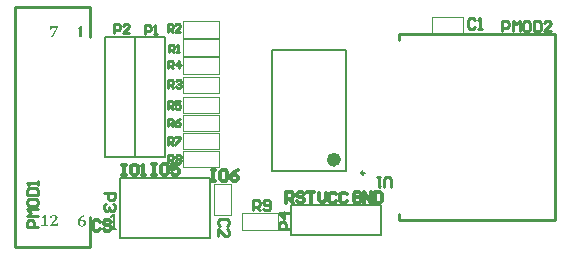
<source format=gto>
G04*
G04 #@! TF.GenerationSoftware,Altium Limited,Altium Designer,23.3.1 (30)*
G04*
G04 Layer_Color=65535*
%FSLAX44Y44*%
%MOMM*%
G71*
G04*
G04 #@! TF.SameCoordinates,D8AE08F4-3845-44A1-9C7E-D53955B2364C*
G04*
G04*
G04 #@! TF.FilePolarity,Positive*
G04*
G01*
G75*
%ADD10C,0.6000*%
%ADD11C,0.2500*%
%ADD12C,0.2000*%
%ADD13C,0.2540*%
%ADD14C,0.1000*%
%ADD15C,0.3048*%
%ADD16C,0.2032*%
G36*
X310501Y428583D02*
Y428562D01*
Y428521D01*
X310490Y428469D01*
Y428408D01*
Y428325D01*
X310480Y428232D01*
Y428119D01*
Y427995D01*
X310470Y427861D01*
Y427706D01*
Y427541D01*
X310459Y427366D01*
Y427180D01*
Y426984D01*
Y426768D01*
Y421013D01*
Y420993D01*
Y420952D01*
Y420879D01*
X310470Y420797D01*
X310480Y420601D01*
X310490Y420498D01*
X310501Y420415D01*
Y420405D01*
X310511Y420384D01*
X310521Y420343D01*
X310542Y420302D01*
X310593Y420188D01*
X310666Y420085D01*
X310676D01*
X310686Y420065D01*
X310748Y420013D01*
X310851Y419951D01*
X310985Y419889D01*
X310996D01*
X311027Y419879D01*
X311068Y419869D01*
X311130Y419848D01*
X311212Y419828D01*
X311305Y419807D01*
X311408Y419797D01*
X311522Y419776D01*
X311542D01*
X311583Y419766D01*
X311656D01*
X311749Y419755D01*
X311872Y419745D01*
X312027Y419735D01*
X312192D01*
X312378Y419724D01*
Y419106D01*
X306448D01*
Y419724D01*
X306520D01*
X306572Y419735D01*
X306706D01*
X306871Y419745D01*
X307046Y419766D01*
X307232Y419776D01*
X307397Y419797D01*
X307469Y419807D01*
X307531Y419817D01*
X307541D01*
X307582Y419828D01*
X307644Y419848D01*
X307716Y419859D01*
X307881Y419920D01*
X307954Y419951D01*
X308026Y419993D01*
X308036Y420003D01*
X308057Y420013D01*
X308088Y420044D01*
X308129Y420075D01*
X308211Y420178D01*
X308284Y420323D01*
Y420333D01*
X308294Y420364D01*
X308314Y420415D01*
X308325Y420488D01*
X308345Y420591D01*
X308356Y420704D01*
X308366Y420849D01*
Y421013D01*
Y425984D01*
Y425994D01*
Y426036D01*
X308356Y426087D01*
Y426149D01*
X308314Y426283D01*
X308294Y426345D01*
X308253Y426397D01*
Y426407D01*
X308232Y426417D01*
X308180Y426458D01*
X308088Y426500D01*
X308026Y426520D01*
X307933D01*
X307892Y426510D01*
X307840Y426500D01*
X307768Y426479D01*
X307685Y426448D01*
X307593Y426407D01*
X307479Y426355D01*
X307469Y426345D01*
X307417Y426324D01*
X307345Y426283D01*
X307232Y426221D01*
X307087Y426128D01*
X306912Y426025D01*
X306695Y425881D01*
X306448Y425716D01*
X306035Y426438D01*
X309624Y428593D01*
X310501D01*
Y428583D01*
D02*
G37*
G36*
X290049Y428046D02*
X286234Y419106D01*
X284831D01*
Y419570D01*
X288276Y426562D01*
Y426665D01*
X285120D01*
X285048Y426654D01*
X284883Y426644D01*
X284800Y426634D01*
X284728Y426613D01*
X284718D01*
X284697Y426603D01*
X284666Y426592D01*
X284625Y426582D01*
X284522Y426531D01*
X284429Y426458D01*
X284408Y426438D01*
X284367Y426386D01*
X284305Y426293D01*
X284243Y426180D01*
Y426170D01*
X284233Y426149D01*
X284212Y426108D01*
X284202Y426056D01*
X284171Y425984D01*
X284151Y425891D01*
X284120Y425778D01*
X284089Y425654D01*
X283284D01*
X283470Y428500D01*
X290049D01*
Y428046D01*
D02*
G37*
G36*
X287444Y268711D02*
X287537D01*
X287651Y268701D01*
X287774Y268691D01*
X288032Y268650D01*
X288311Y268608D01*
X288579Y268536D01*
X288837Y268443D01*
X288847D01*
X288867Y268433D01*
X288899Y268412D01*
X288940Y268392D01*
X289053Y268330D01*
X289187Y268248D01*
X289342Y268144D01*
X289497Y268021D01*
X289631Y267876D01*
X289754Y267711D01*
X289765Y267691D01*
X289796Y267629D01*
X289847Y267536D01*
X289899Y267402D01*
X289950Y267247D01*
X290002Y267062D01*
X290033Y266855D01*
X290043Y266628D01*
Y266618D01*
Y266608D01*
Y266577D01*
Y266536D01*
X290033Y266432D01*
X290023Y266298D01*
X289992Y266144D01*
X289961Y265979D01*
X289909Y265793D01*
X289837Y265618D01*
X289827Y265597D01*
X289796Y265535D01*
X289744Y265443D01*
X289672Y265308D01*
X289579Y265154D01*
X289455Y264978D01*
X289311Y264772D01*
X289136Y264556D01*
X289125Y264545D01*
X289115Y264525D01*
X289084Y264494D01*
X289043Y264442D01*
X288981Y264380D01*
X288919Y264308D01*
X288837Y264215D01*
X288744Y264123D01*
X288630Y263999D01*
X288507Y263875D01*
X288372Y263731D01*
X288218Y263586D01*
X288053Y263411D01*
X287867Y263236D01*
X287671Y263050D01*
X287455Y262844D01*
X287444Y262833D01*
X287434Y262823D01*
X287403Y262792D01*
X287362Y262751D01*
X287269Y262658D01*
X287135Y262524D01*
X286980Y262359D01*
X286815Y262184D01*
X286640Y261998D01*
X286465Y261802D01*
Y261792D01*
X286444Y261782D01*
X286393Y261720D01*
X286310Y261617D01*
X286207Y261503D01*
X286104Y261369D01*
X285990Y261235D01*
X285877Y261101D01*
X285784Y260977D01*
Y260915D01*
X288383D01*
X288476Y260926D01*
X288692Y260946D01*
X288795Y260957D01*
X288888Y260977D01*
X288899D01*
X288929Y260987D01*
X288971Y261008D01*
X289022Y261029D01*
X289136Y261101D01*
X289239Y261204D01*
X289249Y261214D01*
X289259Y261235D01*
X289290Y261276D01*
X289321Y261328D01*
X289352Y261400D01*
X289383Y261483D01*
X289424Y261575D01*
X289455Y261689D01*
X290239D01*
X290084Y259234D01*
X283783D01*
Y259678D01*
Y259688D01*
X283794Y259709D01*
X283815Y259740D01*
X283835Y259791D01*
X283866Y259853D01*
X283907Y259925D01*
X283948Y260008D01*
X284000Y260101D01*
X284114Y260317D01*
X284258Y260565D01*
X284423Y260833D01*
X284619Y261111D01*
X284629Y261122D01*
X284639Y261142D01*
X284670Y261194D01*
X284722Y261245D01*
X284774Y261318D01*
X284835Y261410D01*
X284908Y261503D01*
X284990Y261617D01*
X285083Y261740D01*
X285186Y261874D01*
X285413Y262163D01*
X285671Y262472D01*
X285949Y262813D01*
X285959Y262823D01*
X285980Y262854D01*
X286021Y262895D01*
X286073Y262957D01*
X286135Y263029D01*
X286207Y263122D01*
X286372Y263318D01*
X286558Y263545D01*
X286743Y263792D01*
X286919Y264030D01*
X287083Y264246D01*
Y264257D01*
X287104Y264267D01*
X287125Y264298D01*
X287145Y264339D01*
X287218Y264452D01*
X287300Y264597D01*
X287393Y264762D01*
X287496Y264937D01*
X287579Y265123D01*
X287661Y265319D01*
Y265329D01*
X287671Y265339D01*
X287682Y265370D01*
X287692Y265412D01*
X287723Y265504D01*
X287764Y265638D01*
X287795Y265793D01*
X287826Y265968D01*
X287847Y266164D01*
X287857Y266360D01*
Y266371D01*
Y266391D01*
Y266432D01*
Y266484D01*
X287847Y266546D01*
X287836Y266618D01*
X287816Y266793D01*
X287774Y266979D01*
X287713Y267175D01*
X287630Y267361D01*
X287517Y267536D01*
X287506Y267556D01*
X287455Y267608D01*
X287383Y267670D01*
X287279Y267752D01*
X287145Y267835D01*
X286991Y267897D01*
X286805Y267948D01*
X286599Y267969D01*
X286547D01*
X286506Y267959D01*
X286403Y267948D01*
X286279Y267917D01*
X286135Y267876D01*
X285990Y267804D01*
X285836Y267711D01*
X285691Y267577D01*
X285671Y267556D01*
X285630Y267505D01*
X285568Y267412D01*
X285495Y267278D01*
X285403Y267113D01*
X285320Y266907D01*
X285279Y266783D01*
X285238Y266649D01*
X285196Y266515D01*
X285165Y266360D01*
X283928D01*
Y267979D01*
X283938D01*
X283969Y267990D01*
X284010Y268010D01*
X284062Y268031D01*
X284134Y268062D01*
X284217Y268093D01*
X284402Y268165D01*
X284619Y268248D01*
X284835Y268320D01*
X285042Y268392D01*
X285238Y268454D01*
X285248D01*
X285258Y268464D01*
X285320Y268474D01*
X285413Y268495D01*
X285537Y268526D01*
X285671Y268557D01*
X285836Y268598D01*
X286001Y268619D01*
X286176Y268650D01*
X286197D01*
X286259Y268660D01*
X286351Y268670D01*
X286475Y268691D01*
X286630Y268701D01*
X286795Y268711D01*
X286991Y268722D01*
X287352D01*
X287444Y268711D01*
D02*
G37*
G36*
X280267D02*
Y268691D01*
Y268650D01*
X280257Y268598D01*
Y268536D01*
Y268454D01*
X280246Y268361D01*
Y268248D01*
Y268124D01*
X280236Y267990D01*
Y267835D01*
Y267670D01*
X280226Y267495D01*
Y267309D01*
Y267113D01*
Y266896D01*
Y261142D01*
Y261122D01*
Y261080D01*
Y261008D01*
X280236Y260926D01*
X280246Y260730D01*
X280257Y260627D01*
X280267Y260544D01*
Y260534D01*
X280277Y260513D01*
X280288Y260472D01*
X280308Y260431D01*
X280360Y260317D01*
X280432Y260214D01*
X280442D01*
X280453Y260194D01*
X280515Y260142D01*
X280618Y260080D01*
X280752Y260018D01*
X280762D01*
X280793Y260008D01*
X280834Y259998D01*
X280896Y259977D01*
X280979Y259956D01*
X281071Y259936D01*
X281175Y259925D01*
X281288Y259905D01*
X281309D01*
X281350Y259894D01*
X281422D01*
X281515Y259884D01*
X281639Y259874D01*
X281793Y259863D01*
X281958D01*
X282144Y259853D01*
Y259234D01*
X276214D01*
Y259853D01*
X276286D01*
X276338Y259863D01*
X276472D01*
X276637Y259874D01*
X276812Y259894D01*
X276998Y259905D01*
X277163Y259925D01*
X277235Y259936D01*
X277297Y259946D01*
X277307D01*
X277349Y259956D01*
X277411Y259977D01*
X277483Y259987D01*
X277648Y260049D01*
X277720Y260080D01*
X277792Y260121D01*
X277802Y260132D01*
X277823Y260142D01*
X277854Y260173D01*
X277895Y260204D01*
X277978Y260307D01*
X278050Y260451D01*
Y260462D01*
X278060Y260492D01*
X278081Y260544D01*
X278091Y260616D01*
X278112Y260719D01*
X278122Y260833D01*
X278132Y260977D01*
Y261142D01*
Y266113D01*
Y266123D01*
Y266164D01*
X278122Y266216D01*
Y266278D01*
X278081Y266412D01*
X278060Y266474D01*
X278019Y266525D01*
Y266536D01*
X277998Y266546D01*
X277947Y266587D01*
X277854Y266628D01*
X277792Y266649D01*
X277699D01*
X277658Y266639D01*
X277606Y266628D01*
X277534Y266608D01*
X277452Y266577D01*
X277359Y266536D01*
X277246Y266484D01*
X277235Y266474D01*
X277184Y266453D01*
X277111Y266412D01*
X276998Y266350D01*
X276854Y266257D01*
X276678Y266154D01*
X276462Y266010D01*
X276214Y265845D01*
X275802Y266567D01*
X279390Y268722D01*
X280267D01*
Y268711D01*
D02*
G37*
G36*
X312889Y268045D02*
Y267622D01*
X312828D01*
X312745Y267612D01*
X312642Y267602D01*
X312508Y267581D01*
X312364Y267560D01*
X312199Y267529D01*
X312023Y267488D01*
X311827Y267437D01*
X311631Y267375D01*
X311425Y267302D01*
X311219Y267210D01*
X311023Y267107D01*
X310817Y266983D01*
X310631Y266838D01*
X310445Y266684D01*
X310435Y266673D01*
X310404Y266642D01*
X310363Y266591D01*
X310301Y266519D01*
X310219Y266426D01*
X310136Y266313D01*
X310043Y266178D01*
X309940Y266024D01*
X309837Y265859D01*
X309734Y265663D01*
X309631Y265457D01*
X309528Y265219D01*
X309435Y264972D01*
X309352Y264704D01*
X309270Y264425D01*
X309208Y264116D01*
X309270Y264095D01*
X309280D01*
X309291Y264116D01*
X309321Y264126D01*
X309363Y264157D01*
X309466Y264219D01*
X309610Y264302D01*
X309775Y264394D01*
X309951Y264477D01*
X310146Y264559D01*
X310353Y264632D01*
X310363D01*
X310373Y264642D01*
X310404Y264652D01*
X310445Y264662D01*
X310559Y264683D01*
X310703Y264724D01*
X310879Y264755D01*
X311085Y264776D01*
X311301Y264797D01*
X311539Y264807D01*
X311673D01*
X311745Y264797D01*
X311817Y264786D01*
X312003Y264766D01*
X312219Y264724D01*
X312446Y264662D01*
X312683Y264570D01*
X312900Y264456D01*
X312910D01*
X312920Y264436D01*
X312951Y264425D01*
X312993Y264394D01*
X313096Y264312D01*
X313220Y264209D01*
X313354Y264064D01*
X313498Y263899D01*
X313632Y263703D01*
X313756Y263477D01*
Y263466D01*
X313766Y263446D01*
X313787Y263415D01*
X313797Y263363D01*
X313828Y263301D01*
X313849Y263229D01*
X313869Y263147D01*
X313900Y263054D01*
X313952Y262847D01*
X314003Y262590D01*
X314034Y262311D01*
X314044Y262012D01*
Y262002D01*
Y261971D01*
Y261919D01*
X314034Y261857D01*
Y261775D01*
X314024Y261682D01*
X314014Y261579D01*
X313993Y261466D01*
X313952Y261218D01*
X313880Y260940D01*
X313787Y260661D01*
X313653Y260393D01*
Y260383D01*
X313632Y260362D01*
X313611Y260331D01*
X313580Y260280D01*
X313539Y260218D01*
X313488Y260156D01*
X313364Y260001D01*
X313199Y259826D01*
X312993Y259640D01*
X312745Y259465D01*
X312467Y259310D01*
X312456D01*
X312436Y259290D01*
X312384Y259279D01*
X312322Y259249D01*
X312250Y259218D01*
X312157Y259187D01*
X312044Y259156D01*
X311920Y259125D01*
X311786Y259083D01*
X311642Y259053D01*
X311477Y259022D01*
X311301Y258991D01*
X311126Y258960D01*
X310930Y258949D01*
X310507Y258929D01*
X310404D01*
X310332Y258939D01*
X310239D01*
X310126Y258949D01*
X310012Y258960D01*
X309878Y258980D01*
X309590Y259032D01*
X309280Y259104D01*
X308971Y259207D01*
X308672Y259341D01*
X308661Y259352D01*
X308641Y259362D01*
X308600Y259383D01*
X308548Y259424D01*
X308486Y259465D01*
X308414Y259517D01*
X308239Y259661D01*
X308053Y259836D01*
X307857Y260053D01*
X307672Y260311D01*
X307507Y260599D01*
Y260610D01*
X307486Y260641D01*
X307465Y260682D01*
X307445Y260744D01*
X307414Y260826D01*
X307383Y260929D01*
X307341Y261043D01*
X307311Y261167D01*
X307269Y261311D01*
X307228Y261455D01*
X307197Y261631D01*
X307166Y261806D01*
X307146Y261992D01*
X307125Y262198D01*
X307104Y262621D01*
Y262641D01*
Y262693D01*
Y262775D01*
X307115Y262889D01*
X307125Y263033D01*
X307135Y263198D01*
X307156Y263384D01*
X307187Y263590D01*
X307228Y263807D01*
X307269Y264034D01*
X307321Y264281D01*
X307383Y264529D01*
X307465Y264776D01*
X307558Y265034D01*
X307661Y265281D01*
X307775Y265529D01*
X307785Y265539D01*
X307806Y265591D01*
X307847Y265653D01*
X307898Y265745D01*
X307971Y265859D01*
X308053Y265982D01*
X308156Y266127D01*
X308270Y266282D01*
X308404Y266436D01*
X308538Y266612D01*
X308703Y266787D01*
X308868Y266952D01*
X309053Y267127D01*
X309260Y267302D01*
X309466Y267457D01*
X309693Y267612D01*
X309703Y267622D01*
X309755Y267643D01*
X309816Y267684D01*
X309909Y267736D01*
X310033Y267798D01*
X310167Y267870D01*
X310332Y267942D01*
X310518Y268024D01*
X310714Y268107D01*
X310930Y268179D01*
X311167Y268262D01*
X311415Y268334D01*
X311673Y268396D01*
X311941Y268447D01*
X312230Y268488D01*
X312518Y268519D01*
X312889Y268045D01*
D02*
G37*
%LPC*%
G36*
X310734Y263858D02*
X310611D01*
X310528Y263848D01*
X310425Y263838D01*
X310322Y263817D01*
X310095Y263755D01*
X310085D01*
X310043Y263734D01*
X309992Y263714D01*
X309920Y263683D01*
X309847Y263652D01*
X309755Y263600D01*
X309579Y263487D01*
X309569Y263477D01*
X309538Y263456D01*
X309507Y263425D01*
X309456Y263394D01*
X309352Y263301D01*
X309311Y263250D01*
X309270Y263209D01*
X309260Y263188D01*
X309229Y263136D01*
X309187Y263043D01*
X309156Y262909D01*
Y262899D01*
Y262868D01*
X309146Y262817D01*
Y262744D01*
X309136Y262652D01*
Y262528D01*
X309125Y262383D01*
Y262208D01*
Y262198D01*
Y262157D01*
Y262084D01*
X309136Y262002D01*
Y261899D01*
X309146Y261775D01*
X309156Y261641D01*
X309167Y261497D01*
X309208Y261187D01*
X309270Y260878D01*
X309363Y260579D01*
X309414Y260434D01*
X309476Y260311D01*
Y260300D01*
X309497Y260280D01*
X309517Y260249D01*
X309538Y260218D01*
X309620Y260115D01*
X309744Y260001D01*
X309889Y259878D01*
X310074Y259785D01*
X310177Y259743D01*
X310291Y259713D01*
X310415Y259692D01*
X310549Y259682D01*
X310621D01*
X310693Y259692D01*
X310786Y259702D01*
X310899Y259723D01*
X311013Y259743D01*
X311126Y259785D01*
X311240Y259836D01*
X311250Y259847D01*
X311291Y259867D01*
X311332Y259909D01*
X311405Y259950D01*
X311466Y260022D01*
X311549Y260094D01*
X311621Y260177D01*
X311683Y260280D01*
X311693Y260290D01*
X311714Y260331D01*
X311745Y260393D01*
X311776Y260476D01*
X311817Y260579D01*
X311858Y260692D01*
X311900Y260826D01*
X311931Y260971D01*
Y260991D01*
X311941Y261043D01*
X311961Y261125D01*
X311972Y261239D01*
X311992Y261362D01*
X312003Y261517D01*
X312013Y261693D01*
Y261868D01*
Y261878D01*
Y261909D01*
Y261961D01*
Y262033D01*
X312003Y262115D01*
X311992Y262208D01*
X311972Y262425D01*
X311931Y262662D01*
X311879Y262909D01*
X311796Y263147D01*
X311745Y263250D01*
X311683Y263353D01*
Y263363D01*
X311673Y263374D01*
X311621Y263435D01*
X311549Y263518D01*
X311446Y263611D01*
X311312Y263703D01*
X311147Y263776D01*
X310951Y263838D01*
X310848Y263848D01*
X310734Y263858D01*
D02*
G37*
%LPD*%
D10*
X526916Y315624D02*
G03*
X526916Y315624I-3000J0D01*
G01*
D11*
X549666Y304174D02*
G03*
X549666Y304174I-1250J0D01*
G01*
D12*
X487680Y276860D02*
X563880D01*
X487680Y251460D02*
Y276860D01*
Y251460D02*
X563880D01*
Y276860D01*
X471416Y408624D02*
X533916D01*
X471416Y305624D02*
X533916D01*
X471416D02*
Y408624D01*
X533916Y305624D02*
Y408624D01*
X355600Y317500D02*
X381000D01*
X355600D02*
Y419100D01*
X381000Y317500D02*
Y419100D01*
X355600D02*
X381000D01*
X330200Y317500D02*
X355600D01*
X330200D02*
Y419100D01*
X355600Y317500D02*
Y419100D01*
X330200D02*
X355600D01*
X419100Y248920D02*
Y299720D01*
X342900Y248920D02*
Y299720D01*
X419100D01*
X342900Y248920D02*
X419100D01*
X370417D02*
X419100D01*
D13*
X292100Y444500D02*
X317500D01*
X254000D02*
X292100D01*
X254000Y241300D02*
Y444500D01*
Y241300D02*
X317500D01*
Y266700D01*
Y419100D02*
Y444500D01*
X579120Y416560D02*
Y421640D01*
Y264160D02*
Y269240D01*
Y264160D02*
X711200D01*
Y266700D01*
Y419100D02*
Y421640D01*
X579120D02*
X711200D01*
Y266700D02*
Y419100D01*
X486282Y256754D02*
X477394D01*
Y261198D01*
X478876Y262679D01*
X481838D01*
X483319Y261198D01*
Y256754D01*
X486282Y270085D02*
X477394D01*
X481838Y265641D01*
Y271566D01*
X363984Y421895D02*
Y429513D01*
X367792D01*
X369062Y428243D01*
Y425704D01*
X367792Y424434D01*
X363984D01*
X371601Y421895D02*
X374140D01*
X372871D01*
Y429513D01*
X371601Y428243D01*
X338044Y422529D02*
Y430147D01*
X341852D01*
X343122Y428877D01*
Y426338D01*
X341852Y425069D01*
X338044D01*
X350740Y422529D02*
X345661D01*
X350740Y427608D01*
Y428877D01*
X349470Y430147D01*
X346931D01*
X345661Y428877D01*
X572091Y292228D02*
Y299634D01*
X570610Y301116D01*
X567647D01*
X566166Y299634D01*
Y292228D01*
X563204Y301116D02*
X560241D01*
X561722D01*
Y292228D01*
X563204Y293710D01*
X455264Y272670D02*
Y281558D01*
X459708D01*
X461189Y280076D01*
Y277114D01*
X459708Y275633D01*
X455264D01*
X458226D02*
X461189Y272670D01*
X464151Y274152D02*
X465632Y272670D01*
X468595D01*
X470076Y274152D01*
Y280076D01*
X468595Y281558D01*
X465632D01*
X464151Y280076D01*
Y278595D01*
X465632Y277114D01*
X470076D01*
X383536Y313127D02*
Y319475D01*
X386710D01*
X387768Y318417D01*
Y316301D01*
X386710Y315243D01*
X383536D01*
X385652D02*
X387768Y313127D01*
X389884Y318417D02*
X390942Y319475D01*
X393058D01*
X394116Y318417D01*
Y317358D01*
X393058Y316301D01*
X394116Y315243D01*
Y314184D01*
X393058Y313127D01*
X390942D01*
X389884Y314184D01*
Y315243D01*
X390942Y316301D01*
X389884Y317358D01*
Y318417D01*
X390942Y316301D02*
X393058D01*
X383276Y328122D02*
Y334470D01*
X386450D01*
X387508Y333412D01*
Y331296D01*
X386450Y330238D01*
X383276D01*
X385392D02*
X387508Y328122D01*
X389624Y334470D02*
X393856D01*
Y333412D01*
X389624Y329180D01*
Y328122D01*
X383103Y344071D02*
Y350419D01*
X386277D01*
X387335Y349361D01*
Y347245D01*
X386277Y346187D01*
X383103D01*
X385219D02*
X387335Y344071D01*
X393683Y350419D02*
X391567Y349361D01*
X389451Y347245D01*
Y345129D01*
X390509Y344071D01*
X392625D01*
X393683Y345129D01*
Y346187D01*
X392625Y347245D01*
X389451D01*
X383450Y358546D02*
Y364894D01*
X386624D01*
X387682Y363836D01*
Y361720D01*
X386624Y360662D01*
X383450D01*
X385566D02*
X387682Y358546D01*
X394030Y364894D02*
X389798D01*
Y361720D01*
X391913Y362778D01*
X392972D01*
X394030Y361720D01*
Y359604D01*
X392972Y358546D01*
X390856D01*
X389798Y359604D01*
X383536Y392885D02*
Y399233D01*
X386710D01*
X387768Y398175D01*
Y396059D01*
X386710Y395001D01*
X383536D01*
X385652D02*
X387768Y392885D01*
X393058D02*
Y399233D01*
X389884Y396059D01*
X394116D01*
X383710Y376533D02*
Y382881D01*
X386884D01*
X387942Y381823D01*
Y379707D01*
X386884Y378649D01*
X383710D01*
X385826D02*
X387942Y376533D01*
X390058Y381823D02*
X391116Y382881D01*
X393232D01*
X394290Y381823D01*
Y380765D01*
X393232Y379707D01*
X392174D01*
X393232D01*
X394290Y378649D01*
Y377591D01*
X393232Y376533D01*
X391116D01*
X390058Y377591D01*
X383103Y424089D02*
Y430437D01*
X386277D01*
X387335Y429379D01*
Y427263D01*
X386277Y426205D01*
X383103D01*
X385219D02*
X387335Y424089D01*
X393683D02*
X389451D01*
X393683Y428321D01*
Y429379D01*
X392625Y430437D01*
X390509D01*
X389451Y429379D01*
X384161Y406407D02*
Y412755D01*
X387335D01*
X388393Y411697D01*
Y409581D01*
X387335Y408523D01*
X384161D01*
X386277D02*
X388393Y406407D01*
X390509D02*
X392625D01*
X391567D01*
Y412755D01*
X390509Y411697D01*
X666333Y424308D02*
Y433196D01*
X670777D01*
X672258Y431714D01*
Y428752D01*
X670777Y427271D01*
X666333D01*
X675220Y424308D02*
Y433196D01*
X678183Y430233D01*
X681145Y433196D01*
Y424308D01*
X688551Y433196D02*
X685589D01*
X684108Y431714D01*
Y425790D01*
X685589Y424308D01*
X688551D01*
X690032Y425790D01*
Y431714D01*
X688551Y433196D01*
X692995D02*
Y424308D01*
X697438D01*
X698920Y425790D01*
Y431714D01*
X697438Y433196D01*
X692995D01*
X707807Y424308D02*
X701882D01*
X707807Y430233D01*
Y431714D01*
X706325Y433196D01*
X703363D01*
X701882Y431714D01*
X273033Y258625D02*
X264146D01*
Y263069D01*
X265627Y264550D01*
X268590D01*
X270071Y263069D01*
Y258625D01*
X273033Y267512D02*
X264146D01*
X267108Y270475D01*
X264146Y273437D01*
X273033D01*
X264146Y280843D02*
Y277880D01*
X265627Y276399D01*
X271552D01*
X273033Y277880D01*
Y280843D01*
X271552Y282324D01*
X265627D01*
X264146Y280843D01*
Y285287D02*
X273033D01*
Y289730D01*
X271552Y291211D01*
X265627D01*
X264146Y289730D01*
Y285287D01*
X273033Y294174D02*
Y297136D01*
Y295655D01*
X264146D01*
X265627Y294174D01*
X329312Y287314D02*
X338200D01*
Y282870D01*
X336718Y281389D01*
X333756D01*
X332275Y282870D01*
Y287314D01*
X336718Y278427D02*
X338200Y276946D01*
Y273983D01*
X336718Y272502D01*
X335237D01*
X333756Y273983D01*
Y275464D01*
Y273983D01*
X332275Y272502D01*
X330794D01*
X329312Y273983D01*
Y276946D01*
X330794Y278427D01*
X433233Y259594D02*
X434715Y261075D01*
Y264037D01*
X433233Y265518D01*
X427309D01*
X425827Y264037D01*
Y261075D01*
X427309Y259594D01*
X425827Y250707D02*
Y256631D01*
X431752Y250707D01*
X433233D01*
X434715Y252188D01*
Y255150D01*
X433233Y256631D01*
X643343Y434008D02*
X641861Y435489D01*
X638899D01*
X637418Y434008D01*
Y428083D01*
X638899Y426602D01*
X641861D01*
X643343Y428083D01*
X646305Y426602D02*
X649267D01*
X647786D01*
Y435489D01*
X646305Y434008D01*
D14*
X396480Y418958D02*
Y432958D01*
X426480Y418958D02*
Y432958D01*
X396480D02*
X426480D01*
X396480Y418958D02*
X426480D01*
X396480Y403718D02*
Y417718D01*
X426480Y403718D02*
Y417718D01*
X396480D02*
X426480D01*
X396480Y403718D02*
X426480D01*
X633268Y422260D02*
Y436260D01*
X607268Y422260D02*
Y436260D01*
X633268D01*
X607268Y422260D02*
X633268D01*
X396480Y309230D02*
Y323230D01*
X426480Y309230D02*
Y323230D01*
X396480D02*
X426480D01*
X396480Y309230D02*
X426480D01*
X422768Y268798D02*
X436768D01*
X422768Y294798D02*
X436768D01*
Y268798D02*
Y294798D01*
X422768Y268798D02*
Y294798D01*
X396480Y324470D02*
Y338470D01*
X426480Y324470D02*
Y338470D01*
X396480D02*
X426480D01*
X396480Y324470D02*
X426480D01*
X396480Y339710D02*
Y353710D01*
X426480Y339710D02*
Y353710D01*
X396480D02*
X426480D01*
X396480Y339710D02*
X426480D01*
X396480Y354950D02*
Y368950D01*
X426480Y354950D02*
Y368950D01*
X396480D02*
X426480D01*
X396480Y354950D02*
X426480D01*
X396480Y388478D02*
Y402478D01*
X426480Y388478D02*
Y402478D01*
X396480D02*
X426480D01*
X396480Y388478D02*
X426480D01*
X396480Y371968D02*
Y385968D01*
X426480Y371968D02*
Y385968D01*
X396480D02*
X426480D01*
X396480Y371968D02*
X426480D01*
X446400Y256144D02*
Y270144D01*
X476400Y256144D02*
Y270144D01*
X446400D02*
X476400D01*
X446400Y256144D02*
X476400D01*
D15*
X483616Y279146D02*
Y288033D01*
X488060D01*
X489541Y286552D01*
Y283590D01*
X488060Y282108D01*
X483616D01*
X486578D02*
X489541Y279146D01*
X498428Y286552D02*
X496947Y288033D01*
X493984D01*
X492503Y286552D01*
Y285071D01*
X493984Y283590D01*
X496947D01*
X498428Y282108D01*
Y280627D01*
X496947Y279146D01*
X493984D01*
X492503Y280627D01*
X501390Y288033D02*
X507315D01*
X504353D01*
Y279146D01*
X546573Y286686D02*
X545092Y288167D01*
X542129D01*
X540648Y286686D01*
Y280761D01*
X542129Y279280D01*
X545092D01*
X546573Y280761D01*
Y283724D01*
X543610D01*
X549535Y279280D02*
Y288167D01*
X555460Y279280D01*
Y288167D01*
X558422D02*
Y279280D01*
X562866D01*
X564347Y280761D01*
Y286686D01*
X562866Y288167D01*
X558422D01*
X511302Y287779D02*
Y281854D01*
X514264Y278892D01*
X517227Y281854D01*
Y287779D01*
X526114Y286298D02*
X524633Y287779D01*
X521670D01*
X520189Y286298D01*
Y280373D01*
X521670Y278892D01*
X524633D01*
X526114Y280373D01*
X535001Y286298D02*
X533520Y287779D01*
X530557D01*
X529076Y286298D01*
Y280373D01*
X530557Y278892D01*
X533520D01*
X535001Y280373D01*
X325965Y262930D02*
X324484Y264411D01*
X321521D01*
X320040Y262930D01*
Y257005D01*
X321521Y255524D01*
X324484D01*
X325965Y257005D01*
X334852Y262930D02*
X333371Y264411D01*
X330408D01*
X328927Y262930D01*
Y261449D01*
X330408Y259968D01*
X333371D01*
X334852Y258486D01*
Y257005D01*
X333371Y255524D01*
X330408D01*
X328927Y257005D01*
X420370Y306829D02*
X423332D01*
X421851D01*
Y297942D01*
X420370D01*
X423332D01*
X432220Y306829D02*
X429257D01*
X427776Y305348D01*
Y299423D01*
X429257Y297942D01*
X432220D01*
X433701Y299423D01*
Y305348D01*
X432220Y306829D01*
X442588D02*
X439625Y305348D01*
X436663Y302386D01*
Y299423D01*
X438144Y297942D01*
X441107D01*
X442588Y299423D01*
Y300904D01*
X441107Y302386D01*
X436663D01*
X370332Y311655D02*
X373294D01*
X371813D01*
Y302768D01*
X370332D01*
X373294D01*
X382182Y311655D02*
X379219D01*
X377738Y310174D01*
Y304249D01*
X379219Y302768D01*
X382182D01*
X383663Y304249D01*
Y310174D01*
X382182Y311655D01*
X392550D02*
X386625D01*
Y307212D01*
X389587Y308693D01*
X391069D01*
X392550Y307212D01*
Y304249D01*
X391069Y302768D01*
X388106D01*
X386625Y304249D01*
X344932Y311401D02*
X347894D01*
X346413D01*
Y302514D01*
X344932D01*
X347894D01*
X356782Y311401D02*
X353819D01*
X352338Y309920D01*
Y303995D01*
X353819Y302514D01*
X356782D01*
X358263Y303995D01*
Y309920D01*
X356782Y311401D01*
X361225Y302514D02*
X364187D01*
X362706D01*
Y311401D01*
X361225Y309920D01*
D16*
X335280Y256540D02*
X339512D01*
X337396D01*
Y269236D01*
X335280Y267120D01*
M02*

</source>
